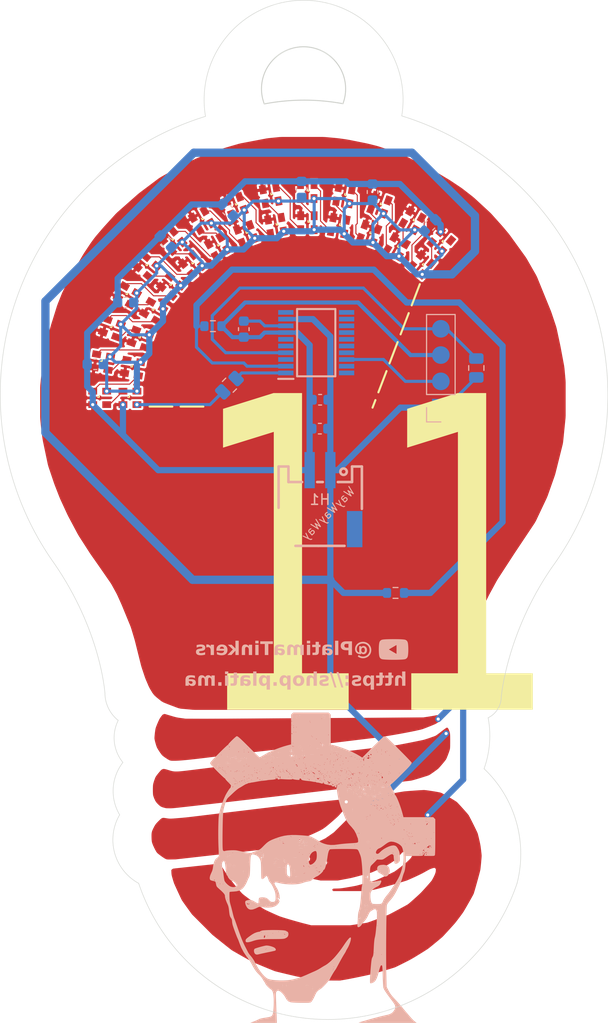
<source format=kicad_pcb>
(kicad_pcb (version 20241229) (generator "pcbnew") (generator_version "9.0")
  (layers (0 "F.Cu" signal) (2 "B.Cu" signal) (13 "F.Paste" user) (15 "B.Paste" user) (5 "F.SilkS" user "F.Silkscreen") (7 "B.SilkS" user "B.Silkscreen") (1 "F.Mask" user) (3 "B.Mask" user) (25 "Edge.Cuts" user))
  (net 0 "")
  (net 1 "SNAKE1")
  (net 2 "3.7V")
  (net 3 "GND")
  (net 4 "Net-(IC1-VCAP)")
  (net 5 "Net-(D1-DOU)")
  (net 6 "DATA")
  (net 7 "Net-(D2-DOU)")
  (net 8 "Net-(D3-DOU)")
  (net 9 "Net-(D4-DOU)")
  (net 10 "Net-(D5-DOU)")
  (net 11 "Net-(D6-DOU)")
  (net 12 "Net-(D7-DOU)")
  (net 13 "Net-(D8-DOU)")
  (net 14 "Net-(D10-DIN)")
  (net 15 "Net-(D10-DOU)")
  (net 16 "Net-(D11-DOU)")
  (net 17 "Net-(D12-DOU)")
  (net 18 "Net-(D13-DOU)")
  (net 19 "Net-(D14-DOU)")
  (net 20 "Net-(D15-DOU)")
  (net 21 "Net-(D16-DOU)")
  (net 22 "Net-(D17-DOU)")
  (net 23 "Net-(D18-DOU)")
  (net 24 "Net-(D19-DOU)")
  (net 25 "Net-(D20-DOU)")
  (net 26 "Net-(D21-DOU)")
  (net 27 "Net-(D22-DOU)")
  (net 28 "Net-(D23-DOU)")
  (net 29 "Net-(D24-DOU)")
  (net 30 "Net-(D25-DOU)")
  (net 31 "Net-(D26-DOU)")
  (net 32 "Net-(D27-DOU)")
  (net 46 "Net-(IC1-PD1(HS){slash}SWIM)")
  (net 47 "Net-(IC1-NRST)")
  (net 49 "Net-(IC1-UART1_CK{slash}TIM2_CH1{slash}BEEP{slash}(HS)PD4)")
  (footprint "Library:LED_XL-2020RGBC-WS2812B_Innerdot" (layer "F.Cu") (at 113.45381 78.178623 -20)
    (property "Reference" "D5" (hide yes))
    (property "Value" "XL-2020RGBC-WS2812B")
  )
  (footprint "LOGO" (layer "F.Cu") (at 128.778 76.454)
    (property "Reference" "G***" (hide yes))
    (property "Value" "LOGO" (hide yes))
  )
  (footprint "Library:LED_XL-2020RGBC-WS2812B_Innerdot" (layer "F.Cu") (at 135.55181 68.018623 -110)
    (property "Reference" "D23" (hide yes))
    (property "Value" "XL-2020RGBC-WS2812B")
  )
  (footprint "Library:LED_XL-2020RGBC-WS2812B_Innerdot" (layer "F.Cu") (at 129.58281 63.954623 -90)
    (property "Reference" "D20" (hide yes))
    (property "Value" "XL-2020RGBC-WS2812B")
  )
  (footprint "Library:LED_XL-2020RGBC-WS2812B_Innerdot" (layer "F.Cu") (at 126.041723 64.320006 -80)
    (property "Reference" "D18" (hide yes))
    (property "Value" "XL-2020RGBC-WS2812B")
  )
  (footprint "Library:LED_XL-2020RGBC-WS2812B_Innerdot" (layer "F.Cu") (at 116.565857 68.734732 -50)
    (property "Reference" "D12" (hide yes))
    (property "Value" "XL-2020RGBC-WS2812B")
  )
  (footprint "Library:LED_XL-2020RGBC-WS2812B_Innerdot" (layer "F.Cu") (at 138.21881 69.288623 -120)
    (property "Reference" "D25" (hide yes))
    (property "Value" "XL-2020RGBC-WS2812B")
  )
  (footprint "LOGO" (layer "F.Cu") (at 130.4798 127.3302)
    (property "Reference" "G***" (hide yes))
    (property "Value" "LOGO" (hide yes))
  )
  (footprint "Library:LED_XL-2020RGBC-WS2812B_Innerdot" (layer "F.Cu") (at 114.72381 75.511623 -30)
    (property "Reference" "D7" (hide yes))
    (property "Value" "XL-2020RGBC-WS2812B")
  )
  (footprint "Library:LED_XL-2020RGBC-WS2812B_Innerdot" (layer "F.Cu") (at 112.43781 83.893623)
    (property "Reference" "D1" (hide yes))
    (property "Value" "XL-2020RGBC-WS2812B")
  )
  (footprint "Library:LED_XL-2020RGBC-WS2812B_Innerdot" (layer "F.Cu") (at 120.94681 69.288623 -60)
    (property "Reference" "D13" (hide yes))
    (property "Value" "XL-2020RGBC-WS2812B")
  )
  (footprint "Library:LED_XL-2020RGBC-WS2812B_Innerdot" (layer "F.Cu") (at 110.692204 77.161559 -20)
    (property "Reference" "D6" (hide yes))
    (property "Value" "XL-2020RGBC-WS2812B")
  )
  (footprint "Library:LED_XL-2020RGBC-WS2812B_Innerdot" (layer "F.Cu") (at 114.08881 71.193623 -40)
    (property "Reference" "D10" (hide yes))
    (property "Value" "XL-2020RGBC-WS2812B")
  )
  (footprint "Library:LED_XL-2020RGBC-WS2812B_Innerdot" (layer "F.Cu") (at 112.69181 80.972623 -10)
    (property "Reference" "D3" (hide yes))
    (property "Value" "XL-2020RGBC-WS2812B")
  )
  (footprint "Library:LED_XL-2020RGBC-WS2812B_Innerdot" (layer "F.Cu") (at 109.77081 80.431235 -10)
    (property "Reference" "D4" (hide yes))
    (property "Value" "XL-2020RGBC-WS2812B")
  )
  (footprint "Library:LED_XL-2020RGBC-WS2812B_Innerdot" (layer "F.Cu") (at 139.74281 66.748623 -120)
    (property "Reference" "D26" (hide yes))
    (property "Value" "XL-2020RGBC-WS2812B")
  )
  (footprint "Library:LED_XL-2020RGBC-WS2812B_Innerdot" (layer "F.Cu") (at 133.13881 64.335623 -100)
    (property "Reference" "D22" (hide yes))
    (property "Value" "XL-2020RGBC-WS2812B")
  )
  (footprint "Library:LED_XL-2020RGBC-WS2812B_Innerdot" (layer "F.Cu") (at 126.549723 67.241006 -80)
    (property "Reference" "D17" (hide yes))
    (property "Value" "XL-2020RGBC-WS2812B")
  )
  (footprint "Library:LED_XL-2020RGBC-WS2812B_Innerdot" (layer "F.Cu") (at 118.491 71.020732 -50)
    (property "Reference" "D11" (hide yes))
    (property "Value" "XL-2020RGBC-WS2812B")
  )
  (footprint "Library:LED_XL-2020RGBC-WS2812B_Innerdot" (layer "F.Cu") (at 116.402542 73.098623 -40)
    (property "Reference" "D9" (hide yes))
    (property "Value" "XL-2020RGBC-WS2812B")
  )
  (footprint "Library:LED_XL-2020RGBC-WS2812B_Innerdot" (layer "F.Cu") (at 119.411394 66.743056 -60)
    (property "Reference" "D14" (hide yes))
    (property "Value" "XL-2020RGBC-WS2812B")
  )
  (footprint "Library:LED_XL-2020RGBC-WS2812B_Innerdot" (layer "F.Cu") (at 109.51681 83.893623)
    (property "Reference" "D2" (hide yes))
    (property "Value" "XL-2020RGBC-WS2812B")
  )
  (footprint "Library:LED_XL-2020RGBC-WS2812B_Innerdot" (layer "F.Cu") (at 140.63181 71.020732 -130)
    (property "Reference" "D27" (hide yes))
    (property "Value" "XL-2020RGBC-WS2812B")
  )
  (footprint "LOGO" (layer "F.Cu") (at 130.4798 127.3302)
    (property "Reference" "G***" (hide yes))
    (property "Value" "LOGO" (hide yes))
  )
  (footprint "Library:LED_XL-2020RGBC-WS2812B_Innerdot" (layer "F.Cu") (at 129.59781 66.962623 -90)
    (property "Reference" "D19" (hide yes))
    (property "Value" "XL-2020RGBC-WS2812B")
  )
  (footprint "Library:LED_XL-2020RGBC-WS2812B_Innerdot" (layer "F.Cu") (at 142.53681 68.780623 -130)
    (property "Reference" "D28" (hide yes))
    (property "Value" "XL-2020RGBC-WS2812B")
  )
  (footprint "Library:LED_XL-2020RGBC-WS2812B_Innerdot" (layer "F.Cu") (at 132.63081 67.256623 -100)
    (property "Reference" "D21" (hide yes))
    (property "Value" "XL-2020RGBC-WS2812B")
  )
  (footprint "Library:LED_XL-2020RGBC-WS2812B_Innerdot" (layer "F.Cu") (at 122.645146 65.320644 -70)
    (property "Reference" "D16" (hide yes))
    (property "Value" "XL-2020RGBC-WS2812B")
  )
  (footprint "Library:LED_XL-2020RGBC-WS2812B_Innerdot" (layer "F.Cu") (at 123.661146 68.051017 -70)
    (property "Reference" "D15" (hide yes))
    (property "Value" "XL-2020RGBC-WS2812B")
  )
  (footprint "Library:LED_XL-2020RGBC-WS2812B_Innerdot" (layer "F.Cu") (at 136.56781 65.224623 -110)
    (property "Reference" "D24" (hide yes))
    (property "Value" "XL-2020RGBC-WS2812B")
  )
  (footprint "Library:LED_XL-2020RGBC-WS2812B_Innerdot" (layer "F.Cu") (at 112.18381 73.987623 -30)
    (property "Reference" "D8" (hide yes))
    (property "Value" "XL-2020RGBC-WS2812B")
  )
  (footprint "LOGO" (layer "B.Cu") (at 137.922 108.204 180)
    (property "Reference" "G***" (hide yes))
    (property "Value" "LOGO" (hide yes))
  )
  (footprint "Footprints:CONN-SMD_2P-P2.00_XUNPU_WAFER-PH2.0-2PWB" (layer "B.Cu") (at 130.81 93.726 180)
    (property "Reference" "H1")
    (property "Value" "WAFER-PH2.0-2PWB")
  )
  (footprint "Capacitor_SMD:C_0603_1608Metric" (layer "B.Cu") (at 112.027 74.676 180)
    (property "Reference" "C14" (hide yes))
    (property "Value" "100nF")
  )
  (footprint "Capacitor_SMD:C_0603_1608Metric" (layer "B.Cu") (at 115.910992 68.793992 135)
    (property "Reference" "C1" (hide yes))
    (property "Value" "100nF")
  )
  (footprint "Capacitor_SMD:C_0603_1608Metric" (layer "B.Cu") (at 141.437992 67.223008 45)
    (property "Reference" "C11" (hide yes))
    (property "Value" "100nF")
  )
  (footprint "LOGO" (layer "B.Cu") (at 130.81 129.286 180)
    (property "Reference" "G***" (hide yes))
    (property "Value" "LOGO" (hide yes))
  )
  (footprint "Footprints:SOP65P640X120-20N" (layer "B.Cu") (at 130.446 78.557)
    (property "Reference" "IC1" (hide yes))
    (property "Value" "STM8S003F3P6" (hide yes))
  )
  (footprint "Capacitor_SMD:C_0603_1608Metric" (layer "B.Cu") (at 109.08 80.645 180)
    (property "Reference" "C10" (hide yes))
    (property "Value" "100nF")
  )
  (footprint "Connector_PinHeader_2.54mm:PinHeader_1x04_P2.54mm_Vertical" (layer "B.Cu") (at 142.494 84.836)
    (property "Reference" "J1" (hide yes))
    (property "Value" "Conn_01x04")
  )
  (footprint "Capacitor_SMD:C_0603_1608Metric" (layer "B.Cu") (at 129.032 63.741 90)
    (property "Reference" "C9" (hide yes))
    (property "Value" "100nF")
  )
  (footprint "Resistor_SMD:R_0805_2012Metric" (layer "B.Cu") (at 145.923 81.0025 90)
    (property "Reference" "R2" (hide yes))
    (property "Value" "10kOhm")
  )
  (footprint "Capacitor_SMD:C_0603_1608Metric" (layer "B.Cu") (at 135.89 63.995 90)
    (property "Reference" "C12" (hide yes))
    (property "Value" "100nF")
  )
  (footprint "Resistor_SMD:R_0805_2012Metric" (layer "B.Cu") (at 122.057235 82.666765 45)
    (property "Reference" "R1" (hide yes))
    (property "Value" "330Ohm")
  )
  (footprint "Resistor_SMD:R_0603_1608Metric" (layer "B.Cu") (at 138.113 102.743)
    (property "Reference" "R4" (hide yes))
    (property "Value" "0Ohm")
  )
  (footprint "Capacitor_SMD:C_0603_1608Metric" (layer "B.Cu") (at 130.797 86.868)
    (property "Reference" "C2" (hide yes))
    (property "Value" "10uF")
  )
  (footprint "Capacitor_SMD:C_0603_1608Metric" (layer "B.Cu") (at 121.879992 65.745992 135)
    (property "Reference" "C13" (hide yes))
    (property "Value" "100nF")
  )
  (footprint "Capacitor_SMD:C_0603_1608Metric" (layer "B.Cu") (at 123.444 77.2492 90)
    (property "Reference" "C5" (hide yes))
    (property "Value" "1uF")
  )
  (footprint "Resistor_SMD:R_0603_1608Metric" (layer "B.Cu") (at 120.459 76.962 180)
    (property "Reference" "R3" (hide yes))
    (property "Value" "100kOhm")
  )
  (footprint "Capacitor_SMD:C_0603_1608Metric" (layer "B.Cu") (at 130.8224 84.074)
    (property "Reference" "C4" (hide yes))
    (property "Value" "100nF")
  )
  (gr_line (start 114.337038 84.734888) (end 120.179038 84.734888) (stroke (width 0.2) (type dash)) (layer "F.SilkS"))
  (gr_line (start 140.462 72.898) (end 135.89 84.836) (stroke (width 0.2) (type dash)) (layer "F.SilkS"))
  (gr_arc (start 149.859999 130.810001) (mid 131.572 143.968656) (end 113.284001 130.81) (stroke (width 0.05)) (layer "Edge.Cuts"))
  (gr_arc (start 105.169665 99.960496) (mid 101.37362 74.590432) (end 119.743654 56.68535) (stroke (width 0.05)) (layer "Edge.Cuts"))
  (gr_arc (start 113.284001 130.81) (mid 110.962374 127.88784) (end 111.443821 124.186871) (stroke (width 0.05)) (layer "Edge.Cuts"))
  (gr_arc (start 125.426273 55.484393) (mid 129.225708 55.118089) (end 133.027231 55.462053) (stroke (width 0.1)) (layer "Edge.Cuts"))
  (gr_arc (start 119.743654 56.685351) (mid 129.203608 45.464786) (end 138.714745 56.642) (stroke (width 0.05)) (layer "Edge.Cuts"))
  (gr_arc (start 146.671401 119.732721) (mid 149.777773 124.83611) (end 149.86 130.810001) (stroke (width 0.05)) (layer "Edge.Cuts"))
  (gr_arc (start 111.443823 124.186871) (mid 110.821034 121.607991) (end 111.7582 119.126015) (stroke (width 0.05)) (layer "Edge.Cuts"))
  (gr_arc (start 147.066 114.807999) (mid 147.196927 117.296659) (end 146.671401 119.732721) (stroke (width 0.05)) (layer "Edge.Cuts"))
  (gr_arc (start 138.714737 56.642) (mid 157.205243 74.759864) (end 153.187099 100.33349) (stroke (width 0.05)) (layer "Edge.Cuts"))
  (gr_curve (pts (xy 105.169665 99.960496) (xy 109.512763 106.307006) (xy 109.982 112.014) (xy 110.020763 112.403006)) (stroke (width 0.05)) (layer "Edge.Cuts"))
  (gr_arc (start 125.426277 55.484393) (mid 129.210543 49.959) (end 133.027241 55.462041) (stroke (width 0.1)) (layer "Edge.Cuts"))
  (gr_arc (start 148.336 112.776) (mid 147.992385 113.974116) (end 147.065999 114.808) (stroke (width 0.05)) (layer "Edge.Cuts"))
  (gr_arc (start 111.7582 119.126015) (mid 110.932033 117.161356) (end 111.304918 115.062929) (stroke (width 0.05)) (layer "Edge.Cuts"))
  (gr_arc (start 111.304919 115.062929) (mid 110.358607 113.879845) (end 110.020763 112.403006) (stroke (width 0.05)) (layer "Edge.Cuts"))
  (gr_curve (pts (xy 153.187099 100.33349) (xy 148.844 106.68) (xy 148.336 112.776) (xy 148.336 112.776)) (stroke (width 0.05)) (layer "Edge.Cuts"))
  (gr_text "11" (at 118.364 119.126 0) (layer "F.SilkS") (effects (font (size 30 20) (thickness 0.1)) (justify left bottom)))
  (gr_text "https://shop.plati.ma" (at 139.22 111.936 0) (layer "B.SilkS") (effects (font (size 1.3 1.3) (thickness 0.25) (bold yes)) (justify left bottom mirror)))
  (gr_text "@PlatimaTinkers" (at 135.89 108.966 0) (layer "B.SilkS") (effects (font (size 1.3 1.3) (thickness 0.25) (bold yes)) (justify left bottom mirror)))
  (gr_text "WayWayWay" (at 134.366 92.964 45) (layer "B.SilkS") (effects (font (size 0.8 0.8) (thickness 0.1)) (justify left bottom mirror)))
  (via blind (at 141.224 124.206) (size 0.5) (drill 0.3) (layers "F.Cu" "B.Cu") (net 1))
  (via blind (at 142.24 114.935) (size 0.5) (drill 0.3) (layers "F.Cu" "B.Cu") (net 1))
  (segment (start 144.272 74.676) (end 139.192 74.676) (width 0.6) (layer "B.Cu") (net 1))
  (segment (start 142.24 114.935) (end 142.367 115.062) (width 0.1) (layer "B.Cu") (net 1))
  (segment (start 144.653 120.777) (end 144.653 110.744) (width 0.6) (layer "B.Cu") (net 1))
  (segment (start 144.653 103.886) (end 144.653 99.695) (width 0.6) (layer "B.Cu") (net 1))
  (segment (start 144.653 110.744) (end 144.653 103.886) (width 0.6) (layer "B.Cu") (net 1))
  (segment (start 142.24 115.062) (end 142.24 114.935) (width 0.1) (layer "B.Cu") (net 1))
  (segment (start 142.24 114.935) (end 144.653 112.522) (width 0.6) (layer "B.Cu") (net 1))
  (segment (start 144.653 99.695) (end 144.526 99.695) (width 0.6) (layer "B.Cu") (net 1))
  (segment (start 142.24 114.935) (end 142.367 114.808) (width 0.1) (layer "B.Cu") (net 1))
  (segment (start 141.224 124.206) (end 144.653 120.777) (width 0.6) (layer "B.Cu") (net 1))
  (segment (start 122.301 71.501) (end 118.872 74.93) (width 0.6) (layer "B.Cu") (net 1))
  (segment (start 123.444 80.518) (end 120.396 80.518) (width 0.3) (layer "B.Cu") (net 1))
  (segment (start 119.634 76.962) (end 118.872 76.962) (width 0.3) (layer "B.Cu") (net 1))
  (segment (start 139.192 74.676) (end 136.017 71.501) (width 0.6) (layer "B.Cu") (net 1))
  (segment (start 127.508 80.832) (end 123.758 80.832) (width 0.3) (layer "B.Cu") (net 1))
  (segment (start 144.653 99.695) (end 148.463 95.885) (width 0.6) (layer "B.Cu") (net 1))
  (segment (start 136.017 71.501) (end 122.301 71.501) (width 0.6) (layer "B.Cu") (net 1))
  (segment (start 148.463 78.867) (end 144.272 74.676) (width 0.6) (layer "B.Cu") (net 1))
  (segment (start 123.758 80.832) (end 123.444 80.518) (width 0.3) (layer "B.Cu") (net 1))
  (segment (start 148.463 95.885) (end 148.463 78.867) (width 0.6) (layer "B.Cu") (net 1))
  (segment (start 141.478 102.743) (end 138.938 102.743) (width 0.6) (layer "B.Cu") (net 1))
  (segment (start 118.872 78.994) (end 118.872 76.962) (width 0.3) (layer "B.Cu") (net 1))
  (segment (start 120.396 80.518) (end 118.872 78.994) (width 0.3) (layer "B.Cu") (net 1))
  (segment (start 142.367 114.935) (end 142.24 114.935) (width 0.1) (layer "B.Cu") (net 1))
  (segment (start 144.526 99.695) (end 141.478 102.743) (width 0.6) (layer "B.Cu") (net 1))
  (segment (start 144.653 112.522) (end 144.653 110.744) (width 0.6) (layer "B.Cu") (net 1))
  (segment (start 118.872 74.93) (end 118.872 76.962) (width 0.6) (layer "B.Cu") (net 1))
  (via (at 115.023701 71.129576) (size 0.6) (drill 0.3) (layers "F.Cu" "B.Cu") (net 2))
  (via (at 113.11281 83.243623) (size 0.6) (drill 0.3) (layers "F.Cu" "B.Cu") (net 2))
  (via (at 130.23281 64.629623) (size 0.6) (drill 0.3) (layers "F.Cu" "B.Cu") (net 2))
  (via (at 110.19181 83.243623) (size 0.6) (drill 0.3) (layers "F.Cu" "B.Cu") (net 2))
  (via (at 142.600857 69.715514) (size 0.6) (drill 0.3) (layers "F.Cu" "B.Cu") (net 2))
  (via (at 117.497667 68.834) (size 0.6) (drill 0.3) (layers "F.Cu" "B.Cu") (net 2))
  (via (at 136.947746 66.081229) (size 0.6) (drill 0.3) (layers "F.Cu" "B.Cu") (net 2))
  (via (at 135.931746 68.875229) (size 0.6) (drill 0.3) (layers "F.Cu" "B.Cu") (net 2))
  (via (at 113.093377 73.762207) (size 0.6) (drill 0.3) (layers "F.Cu" "B.Cu") (net 2))
  (via (at 133.153722 68.03424) (size 0.6) (drill 0.3) (layers "F.Cu" "B.Cu") (net 2))
  (via (at 114.310416 77.798687) (size 0.6) (drill 0.3) (layers "F.Cu" "B.Cu") (net 2))
  (via (at 121.847226 69.54819) (size 0.6) (drill 0.3) (layers "F.Cu" "B.Cu") (net 2))
  (via blind (at 133.35 122.936) (size 0.5) (drill 0.3) (layers "F.Cu" "B.Cu") (net 2))
  (via (at 138.444226 70.19819) (size 0.6) (drill 0.3) (layers "F.Cu" "B.Cu") (net 2))
  (via (at 110.50741 79.923235) (size 0.6) (drill 0.3) (layers "F.Cu" "B.Cu") (net 2))
  (via (at 115.633377 75.286207) (size 0.6) (drill 0.3) (layers "F.Cu" "B.Cu") (net 2))
  (via (at 119.42281 71.12) (size 0.6) (drill 0.3) (layers "F.Cu" "B.Cu") (net 2))
  (via (at 123.48681 65.732623) (size 0.6) (drill 0.3) (layers "F.Cu" "B.Cu") (net 2))
  (via (at 120.31181 67.002623) (size 0.6) (drill 0.3) (layers "F.Cu" "B.Cu") (net 2))
  (via (at 130.24781 67.637623) (size 0.6) (drill 0.3) (layers "F.Cu" "B.Cu") (net 2))
  (via (at 113.469426 80.449711) (size 0.6) (drill 0.3) (layers "F.Cu" "B.Cu") (net 2))
  (via (at 126.799061 64.87188) (size 0.6) (drill 0.3) (layers "F.Cu" "B.Cu") (net 2))
  (via (at 124.50281 68.462996) (size 0.6) (drill 0.3) (layers "F.Cu" "B.Cu") (net 2))
  (via (at 139.968226 67.65819) (size 0.6) (drill 0.3) (layers "F.Cu" "B.Cu") (net 2))
  (via (at 111.54881 76.781623) (size 0.6) (drill 0.3) (layers "F.Cu" "B.Cu") (net 2))
  (via (at 127.307061 67.79288) (size 0.6) (drill 0.3) (layers "F.Cu" "B.Cu") (net 2))
  (via (at 133.661722 65.11324) (size 0.6) (drill 0.3) (layers "F.Cu" "B.Cu") (net 2))
  (via blind (at 143.002 116.332) (size 0.5) (drill 0.3) (layers "F.Cu" "B.Cu") (net 2))
  (via (at 140.695857 71.955623) (size 0.6) (drill 0.3) (layers "F.Cu" "B.Cu") (net 2))
  (via (at 117.337433 73.034576) (size 0.6) (drill 0.3) (layers "F.Cu" "B.Cu") (net 2))
  (segment (start 135.931746 68.875229) (end 137.254707 70.19819) (width 0.6) (layer "B.Cu") (net 2))
  (segment (start 131.81 101.473) (end 131.81 105.664) (width 0.6) (layer "B.Cu") (net 2))
  (segment (start 120.275416 71.12) (end 121.847226 69.54819) (width 0.6) (layer "B.Cu") (net 2))
  (segment (start 115.633377 74.738632) (end 117.337433 73.034576) (width 0.6) (layer "B.Cu") (net 2))
  (segment (start 123.417616 69.54819) (end 124.50281 68.462996) (width 0.6) (layer "B.Cu") (net 2))
  (segment (start 131.81 90.876) (end 131.81 93.726) (width 0.6) (layer "B.Cu") (net 2))
  (segment (start 145.796 69.723) (end 145.796 66.294) (width 0.8) (layer "B.Cu") (net 2))
  (segment (start 133.153722 68.03424) (end 133.153722 65.62124) (width 0.3) (layer "B.Cu") (net 2))
  (segment (start 111.033886 80.449711) (end 110.50741 79.923235) (width 0.3) (layer "B.Cu") (net 2))
  (segment (start 121.847226 68.538039) (end 120.31181 67.002623) (width 0.3) (layer "B.Cu") (net 2))
  (segment (start 127.307061 67.79288) (end 126.636945 68.462996) (width 0.6) (layer "B.Cu") (net 2))
  (segment (start 113.07 80.6304) (end 113.11281 80.67321) (width 0.3) (layer "B.Cu") (net 2))
  (segment (start 117.508234 73.034576) (end 119.42281 71.12) (width 0.6) (layer "B.Cu") (net 2))
  (segment (start 142.494 84.836) (end 143.002 84.836) (width 0.3) (layer "B.Cu") (net 2))
  (segment (start 111.54881 76.781623) (end 111.54881 78.881835) (width 0.3) (layer "B.Cu") (net 2))
  (segment (start 115.633377 76.475726) (end 115.633377 75.286207) (width 0.6) (layer "B.Cu") (net 2))
  (segment (start 131.81 77.962) (end 131.81 90.876) (width 0.6) (layer "B.Cu") (net 2))
  (segment (start 136.398 122.936) (end 139.573 119.761) (width 0.6) (layer "B.Cu") (net 2))
  (segment (start 133.994711 68.875229) (end 133.153722 68.03424) (width 0.6) (layer "B.Cu") (net 2))
  (segment (start 140.543533 67.65819) (end 142.600857 69.715514) (width 0.3) (layer "B.Cu") (net 2))
  (segment (start 115.633377 75.286207) (end 115.633377 74.738632) (width 0.6) (layer "B.Cu") (net 2))
  (segment (start 129.990553 64.87188) (end 130.23281 64.629623) (width 0.3) (layer "B.Cu") (net 2))
  (segment (start 110.19181 83.243623) (end 113.11281 83.243623) (width 0.3) (layer "B.Cu") (net 2))
  (segment (start 114.310416 79.608721) (end 113.469426 80.449711) (width 0.6) (layer "B.Cu") (net 2))
  (segment (start 121.847226 69.54819) (end 123.417616 69.54819) (width 0.6) (layer "B.Cu") (net 2))
  (segment (start 139.968226 67.65819) (end 140.543533 67.65819) (width 0.3) (layer "B.Cu") (net 2))
  (segment (start 133.35 122.936) (end 136.398 122.936) (width 0.6) (layer "B.Cu") (net 2))
  (segment (start 115.432433 71.129576) (end 115.023701 71.129576) (width 0.3) (layer "B.Cu") (net 2))
  (segment (start 135.931746 68.875229) (end 133.994711 68.875229) (width 0.6) (layer "B.Cu") (net 2))
  (segment (start 131.81 105.664) (end 131.81 111.998) (width 0.6) (layer "B.Cu") (net 2))
  (segment (start 131.81 111.998) (end 139.573 119.761) (width 0.6) (layer "B.Cu") (net 2))
  (segment (start 119.42281 70.759143) (end 117.497667 68.834) (width 0.3) (layer "B.Cu") (net 2))
  (segment (start 132.532 90.876) (end 138.572 84.836) (width 0.6) (layer "B.Cu") (net 2))
  (segment (start 139.573 119.761) (end 143.002 116.332) (width 0.6) (layer "B.Cu") (net 2))
  (segment (start 143.563377 71.955623) (end 145.796 69.723) (width 0.8) (layer "B.Cu") (net 2))
  (segment (start 133.661722 65.11324) (end 135.979757 65.11324) (width 0.3) (layer "B.Cu") (net 2))
  (segment (start 124.347553 64.87188) (end 126.799061 64.87188) (width 0.3) (layer "B.Cu") (net 2))
  (segment (start 138.444226 69.18219) (end 139.968226 67.65819) (width 0.3) (layer "B.Cu") (net 2))
  (segment (start 114.310416 77.798687) (end 115.633377 76.475726) (width 0.6) (layer "B.Cu") (net 2))
  (segment (start 130.23281 64.629623) (end 133.178105 64.629623) (width 0.3) (layer "B.Cu") (net 2))
  (segment (start 124.50281 68.462996) (end 123.48681 67.446996) (width 0.3) (layer "B.Cu") (net 2))
  (segment (start 126.636945 68.462996) (end 124.50281 68.462996) (width 0.6) (layer "B.Cu") (net 2))
  (segment (start 133.178105 64.629623) (end 133.661722 65.11324) (width 0.3) (layer "B.Cu") (net 2))
  (segment (start 114.310416 77.798687) (end 114.310416 79.608721) (width 0.6) (layer "B.Cu") (net 2))
  (segment (start 130.092553 67.79288) (end 130.24781 67.637623) (width 0.3) (layer "B.Cu") (net 2))
  (segment (start 138.444226 70.19819) (end 138.444226 69.18219) (width 0.3) (layer "B.Cu") (net 2))
  (segment (start 140.695857 71.955623) (end 140.201659 71.955623) (width 0.6) (layer "B.Cu") (net 2))
  (segment (start 145.796 66.294) (end 139.7 60.198) (width 0.8) (layer "B.Cu") (net 2))
  (segment (start 127.508 76.282) (end 128.651 76.282) (width 0.4) (layer "B.Cu") (net 2))
  (segment (start 111.54881 76.781623) (end 113.093377 75.237056) (width 0.3) (layer "B.Cu") (net 2))
  (segment (start 120.31181 67.002623) (end 119.329044 67.002623) (width 0.3) (layer "B.Cu") (net 2))
  (segment (start 123.48681 67.446996) (end 123.48681 65.732623) (width 0.3) (layer "B.Cu") (net 2))
  (segment (start 113.093377 75.237056) (end 113.093377 73.762207) (width 0.3) (layer "B.Cu") (net 2))
  (segment (start 113.3856 80.3148) (end 113.07 80.6304) (width 0.3) (layer "B.Cu") (net 2))
  (segment (start 143.002 84.836) (end 145.923 81.915) (width 0.3) (layer "B.Cu") (net 2))
  (segment (start 133.35 122.936) (end 133.477 122.809) (width 0.1) (layer "B.Cu") (net 2))
  (segment (start 138.524707 67.65819) (end 139.968226 67.65819) (width 0.3) (layer "B.Cu") (net 2))
  (segment (start 113.11281 80.67321) (end 113.11281 83.243623) (width 0.6) (layer "B.Cu") (net 2))
  (segment (start 118.491 101.473) (end 131.81 101.473) (width 0.8) (layer "B.Cu") (net 2))
  (segment (start 139.954 84.836) (end 142.494 84.836) (width 0.6) (layer "B.Cu") (net 2))
  (segment (start 127.508 76.282) (end 127.582 76.208) (width 0.3) (layer "B.Cu") (net 2))
  (segment (start 140.201659 71.955623) (end 138.444226 70.19819) (width 0.6) (layer "B.Cu") (net 2))
  (segment (start 131.81 90.876) (end 132.532 90.876) (width 0.6) (layer "B.Cu") (net 2))
  (segment (start 137.254707 70.19819) (end 138.444226 70.19819) (width 0.6) (layer "B.Cu") (net 2))
  (segment (start 117.337433 73.034576) (end 117.508234 73.034576) (width 0.3) (layer "B.Cu") (net 2))
  (segment (start 132.757105 67.637623) (end 133.153722 68.03424) (width 0.6) (layer "B.Cu") (net 2))
  (segment (start 117.337433 73.034576) (end 115.432433 71.129576) (width 0.3) (layer "B.Cu") (net 2))
  (segment (start 119.42281 71.12) (end 120.275416 71.12) (width 0.6) (layer "B.Cu") (net 2))
  (segment (start 113.469426 80.449711) (end 111.033886 80.449711) (width 0.3) (layer "B.Cu") (net 2))
  (segment (start 133.153722 65.62124) (end 133.661722 65.11324) (width 0.3) (layer "B.Cu") (net 2))
  (segment (start 123.48681 65.732623) (end 124.347553 64.87188) (width 0.3) (layer "B.Cu") (net 2))
  (segment (start 115.023701 71.129576) (end 117.319277 68.834) (width 0.3) (layer "B.Cu") (net 2))
  (segment (start 123.48681 65.732623) (end 122.21681 67.002623) (width 0.3) (layer "B.Cu") (net 2))
  (segment (start 138.572 84.836) (end 139.954 84.836) (width 0.6) (layer "B.Cu") (net 2))
  (segment (start 104.267 87.249) (end 118.491 101.473) (width 0.8) (layer "B.Cu") (net 2))
  (segment (start 135.931746 68.875229) (end 135.931746 67.097229) (width 0.3) (layer "B.Cu") (net 2))
  (segment (start 127.582 76.208) (end 128.016 76.208) (width 0.3) (layer "B.Cu") (net 2))
  (segment (start 142.600857 70.050623) (end 142.600857 69.715514) (width 0.3) (layer "B.Cu") (net 2))
  (segment (start 111.54881 78.881835) (end 110.50741 79.923235) (width 0.3) (layer "B.Cu") (net 2))
  (segment (start 130.13 76.282) (end 131.81 77.962) (width 0.6) (layer "B.Cu") (net 2))
  (segment (start 130.24781 64.644623) (end 130.23281 64.629623) (width 0.3) (layer "B.Cu") (net 2))
  (segment (start 130.24781 67.637623) (end 130.24781 64.644623) (width 0.3) (layer "B.Cu") (net 2))
  (segment (start 135.931746 67.097229) (end 136.947746 66.081229) (width 0.3) (layer "B.Cu") (net 2))
  (segment (start 117.319277 68.834) (end 117.497667 68.834) (width 0.3) (layer "B.Cu") (net 2))
  (segment (start 127.307061 67.79288) (end 130.092553 67.79288) (width 0.6) (layer "B.Cu") (net 2))
  (segment (start 131.81 101.473) (end 133.08 102.743) (width 0.6) (layer "B.Cu") (net 2))
  (segment (start 126.799061 64.87188) (end 129.990553 64.87188) (width 0.3) (layer "B.Cu") (net 2))
  (segment (start 110.19181 80.238835) (end 110.19181 83.243623) (width 0.3) (layer "B.Cu") (net 2))
  (segment (start 131.81 93.726) (end 131.81 101.473) (width 0.6) (layer "B.Cu") (net 2))
  (segment (start 119.42281 71.12) (end 119.42281 70.759143) (width 0.3) (layer "B.Cu") (net 2))
  (segment (start 130.24781 67.637623) (end 132.757105 67.637623) (width 0.6) (layer "B.Cu") (net 2))
  (segment (start 140.695857 71.955623) (end 142.600857 70.050623) (width 0.3) (layer "B.Cu") (net 2))
  (segment (start 110.50741 79.923235) (end 110.19181 80.238835) (width 0.3) (layer "B.Cu") (net 2))
  (segment (start 121.847226 69.54819) (end 121.847226 68.538039) (width 0.3) (layer "B.Cu") (net 2))
  (segment (start 133.08 102.743) (end 137.288 102.743) (width 0.6) (layer "B.Cu") (net 2))
  (segment (start 104.267 74.549) (end 104.267 87.249) (width 0.8) (layer "B.Cu") (net 2))
  (segment (start 119.329044 67.002623) (end 117.497667 68.834) (width 0.3) (layer "B.Cu") (net 2))
  (segment (start 128.651 76.282) (end 130.13 76.282) (width 0.6) (layer "B.Cu") (net 2))
  (segment (start 139.7 60.198) (end 118.618 60.198) (width 0.8) (layer "B.Cu") (net 2))
  (segment (start 112.565874 77.798687) (end 111.54881 76.781623) (width 0.3) (layer "B.Cu") (net 2))
  (segment (start 115.023701 71.831883) (end 113.093377 73.762207) (width 0.3) (layer "B.Cu") (net 2))
  (segment (start 114.310416 77.798687) (end 112.565874 77.798687) (width 0.3) (layer "B.Cu") (net 2))
  (segment (start 140.695857 71.955623) (end 143.563377 71.955623) (width 0.8) (layer "B.Cu") (net 2))
  (segment (start 115.023701 71.129576) (end 115.023701 71.831883) (width 0.3) (layer "B.Cu") (net 2))
  (segment (start 122.21681 67.002623) (end 120.31181 67.002623) (width 0.3) (layer "B.Cu") (net 2))
  (segment (start 135.979757 65.11324) (end 138.524707 67.65819) (width 0.3) (layer "B.Cu") (net 2))
  (segment (start 118.618 60.198) (end 104.267 74.549) (width 0.8) (layer "B.Cu") (net 2))
  (via (at 111.76281 84.543623) (size 0.6) (drill 0.3) (layers "F.Cu" "B.Cu") (net 3))
  (via (at 108.84181 84.543623) (size 0.6) (drill 0.3) (layers "F.Cu" "B.Cu") (net 3))
  (via (at 142.472763 67.845732) (size 0.6) (drill 0.3) (layers "F.Cu" "B.Cu") (net 3))
  (segment (start 127.508 77.582) (end 125.4526 77.582) (width 0.4) (layer "B.Cu") (net 3))
  (segment (start 108.84181 83.31481) (end 108.305 82.778) (width 0.6) (layer "B.Cu") (net 3))
  (segment (start 123.444 78.0242) (end 122.3462 78.0242) (width 0.4) (layer "B.Cu") (net 3))
  (segment (start 111.252 72.356968) (end 115.362984 68.245984) (width 0.6) (layer "B.Cu") (net 3))
  (segment (start 122.3462 78.0242) (end 121.284 76.962) (width 0.4) (layer "B.Cu") (net 3))
  (segment (start 112.288593 87.990407) (end 111.76281 87.464624) (width 0.6) (layer "B.Cu") (net 3))
  (segment (start 115.174187 90.876) (end 112.288593 87.990407) (width 0.6) (layer "B.Cu") (net 3))
  (segment (start 133.578 63.22) (end 135.89 63.22) (width 0.6) (layer "B.Cu") (net 3))
  (segment (start 142.472763 67.845732) (end 142.472763 67.161763) (width 0.6) (layer "B.Cu") (net 3))
  (segment (start 125.4526 77.582) (end 125.0104 78.0242) (width 0.4) (layer "B.Cu") (net 3))
  (segment (start 108.305 82.778) (end 108.305 80.645) (width 0.6) (layer "B.Cu") (net 3))
  (segment (start 123.563968 62.966) (end 129.032 62.966) (width 0.6) (layer "B.Cu") (net 3))
  (segment (start 129.032 62.966) (end 133.324 62.966) (width 0.6) (layer "B.Cu") (net 3))
  (segment (start 129.81 90.876) (end 129.81 78.7936) (width 0.6) (layer "B.Cu") (net 3))
  (segment (start 129.81 78.7936) (end 128.5984 77.582) (width 0.6) (layer "B.Cu") (net 3))
  (segment (start 128.5984 77.582) (end 127.508 77.582) (width 0.4) (layer "B.Cu") (net 3))
  (segment (start 111.76281 87.464624) (end 111.76281 84.543623) (width 0.6) (layer "B.Cu") (net 3))
  (segment (start 108.84181 84.543623) (end 108.84181 83.31481) (width 0.6) (layer "B.Cu") (net 3))
  (segment (start 135.89 63.22) (end 138.531 63.22) (width 0.6) (layer "B.Cu") (net 3))
  (segment (start 118.410984 65.197984) (end 121.331984 65.197984) (width 0.6) (layer "B.Cu") (net 3))
  (segment (start 125.0104 78.0242) (end 123.444 78.0242) (width 0.4) (layer "B.Cu") (net 3))
  (segment (start 108.305 77.623) (end 111.252 74.676) (width 0.6) (layer "B.Cu") (net 3))
  (segment (start 133.324 62.966) (end 133.578 63.22) (width 0.6) (layer "B.Cu") (net 3))
  (segment (start 111.252 74.676) (end 111.252 72.356968) (width 0.6) (layer "B.Cu") (net 3))
  (segment (start 138.531 63.22) (end 141.986 66.675) (width 0.6) (layer "B.Cu") (net 3))
  (segment (start 139.573 79.756) (end 142.494 79.756) (width 0.4) (layer "B.Cu") (net 3))
  (segment (start 121.284 76.962) (end 123.57 74.676) (width 0.4) (layer "B.Cu") (net 3))
  (segment (start 123.57 74.676) (end 134.493 74.676) (width 0.4) (layer "B.Cu") (net 3))
  (segment (start 115.174187 90.876) (end 129.81 90.876) (width 0.6) (layer "B.Cu") (net 3))
  (segment (start 115.362984 68.245984) (end 118.410984 65.197984) (width 0.6) (layer "B.Cu") (net 3))
  (segment (start 142.472763 67.161763) (end 141.986 66.675) (width 0.6) (layer "B.Cu") (net 3))
  (segment (start 129.81 90.876) (end 129.81 90.186) (width 0.3) (layer "B.Cu") (net 3))
  (segment (start 108.305 80.645) (end 108.305 77.623) (width 0.6) (layer "B.Cu") (net 3))
  (segment (start 121.331984 65.197984) (end 123.563968 62.966) (width 0.6) (layer "B.Cu") (net 3))
  (segment (start 134.493 74.676) (end 139.573 79.756) (width 0.4) (layer "B.Cu") (net 3))
  (segment (start 112.288593 87.990407) (end 108.84181 84.543623) (width 0.6) (layer "B.Cu") (net 3))
  (segment (start 125.4682 76.932) (end 125.0104 76.4742) (width 0.3) (layer "B.Cu") (net 4))
  (segment (start 125.4682 76.932) (end 127.508 76.932) (width 0.3) (layer "B.Cu") (net 4))
  (segment (start 125.0104 76.4742) (end 123.444 76.4742) (width 0.3) (layer "B.Cu") (net 4))
  (segment (start 110.19181 84.543623) (end 110.46281 84.543623) (width 0.1) (layer "F.Cu") (net 5))
  (segment (start 111.76281 83.243623) (end 111.49181 83.243623) (width 0.2) (layer "F.Cu") (net 5))
  (segment (start 110.46281 84.543623) (end 111.76281 83.243623) (width 0.1) (layer "F.Cu") (net 5))
  (via (at 113.11281 84.543623) (size 0.6) (drill 0.3) (layers "F.Cu" "B.Cu") (net 6))
  (segment (start 113.151187 84.582) (end 113.11281 84.543623) (width 0.1) (layer "B.Cu") (net 6))
  (segment (start 113.11281 84.543623) (end 120.180377 84.543623) (width 0.3) (layer "B.Cu") (net 6))
  (segment (start 120.180377 84.543623) (end 121.412 83.312) (width 0.3) (layer "B.Cu") (net 6))
  (segment (start 112.408809 82.564835) (end 113.243684 81.72996) (width 0.1) (layer "F.Cu") (net 7))
  (segment (start 109.520598 82.564835) (end 112.408809 82.564835) (width 0.1) (layer "F.Cu") (net 7))
  (segment (start 108.84181 83.243623) (end 109.520598 82.564835) (width 0.1) (layer "F.Cu") (net 7))
  (segment (start 110.322684 81.188572) (end 110.75424 81.188572) (width 0.1) (layer "F.Cu") (net 8))
  (segment (start 110.75424 81.188572) (end 111.727526 80.215286) (width 0.1) (layer "F.Cu") (net 8))
  (segment (start 111.727526 80.215286) (end 112.139936 80.215286) (width 0.1) (layer "F.Cu") (net 8))
  (segment (start 109.218936 79.673898) (end 109.632516 79.260318) (width 0.1) (layer "F.Cu") (net 9))
  (segment (start 113.625758 79.260318) (end 113.865789 79.020287) (width 0.1) (layer "F.Cu") (net 9))
  (segment (start 109.33032 79.722198) (end 109.33032 79.779711) (width 0.1) (layer "F.Cu") (net 9))
  (segment (start 109.632516 79.260318) (end 113.625758 79.260318) (width 0.1) (layer "F.Cu") (net 9))
  (segment (start 111.104183 78.003223) (end 111.556459 78.003223) (width 0.1) (layer "F.Cu") (net 10))
  (segment (start 112.222723 77.336959) (end 113.041831 77.336959) (width 0.1) (layer "F.Cu") (net 10))
  (segment (start 111.556459 78.003223) (end 112.222723 77.336959) (width 0.1) (layer "F.Cu") (net 10))
  (segment (start 114.859419 76.535997) (end 114.983377 76.412039) (width 0.1) (layer "F.Cu") (net 11))
  (segment (start 112.091248 75.935435) (end 112.69181 76.535997) (width 0.1) (layer "F.Cu") (net 11))
  (segment (start 110.664685 75.935435) (end 112.091248 75.935435) (width 0.1) (layer "F.Cu") (net 11))
  (segment (start 112.69181 76.535997) (end 114.859419 76.535997) (width 0.1) (layer "F.Cu") (net 11))
  (segment (start 110.280225 76.319895) (end 110.664685 75.935435) (width 0.1) (layer "F.Cu") (net 11))
  (segment (start 114.187411 74.888039) (end 114.464243 74.611207) (width 0.1) (layer "F.Cu") (net 12))
  (segment (start 112.443377 74.888039) (end 114.187411 74.888039) (width 0.1) (layer "F.Cu") (net 12))
  (segment (start 114.723808 74.030433) (end 116.50181 74.030433) (width 0.1) (layer "F.Cu") (net 13))
  (segment (start 111.924243 73.087207) (end 112.162159 72.849291) (width 0.1) (layer "F.Cu") (net 13))
  (segment (start 113.542666 72.849291) (end 114.723808 74.030433) (width 0.1) (layer "F.Cu") (net 13))
  (segment (start 112.162159 72.849291) (end 113.542666 72.849291) (width 0.1) (layer "F.Cu") (net 13))
  (segment (start 116.261894 72.125433) (end 116.303274 72.166813) (width 0.1) (layer "F.Cu") (net 14))
  (segment (start 114.188078 72.125433) (end 116.261894 72.125433) (width 0.1) (layer "F.Cu") (net 14))
  (segment (start 115.273188 70.261813) (end 116.966998 71.955623) (width 0.1) (layer "F.Cu") (net 15))
  (segment (start 116.966998 71.955623) (end 118.426953 71.955623) (width 0.1) (layer "F.Cu") (net 15))
  (segment (start 113.989542 70.261813) (end 115.273188 70.261813) (width 0.1) (layer "F.Cu") (net 15))
  (segment (start 116.803478 69.971291) (end 118.440497 69.971291) (width 0.1) (layer "F.Cu") (net 16))
  (segment (start 118.440497 69.971291) (end 118.555047 70.085841) (width 0.1) (layer "F.Cu") (net 16))
  (segment (start 116.50181 69.669623) (end 116.803478 69.971291) (width 0.1) (layer "F.Cu") (net 16))
  (segment (start 117.786324 67.799841) (end 120.184673 70.19819) (width 0.1) (layer "F.Cu") (net 17))
  (segment (start 120.184673 70.19819) (end 120.721394 70.19819) (width 0.1) (layer "F.Cu") (net 17))
  (segment (start 116.629904 67.799841) (end 117.786324 67.799841) (width 0.1) (layer "F.Cu") (net 17))
  (segment (start 119.4971 67.963745) (end 120.756915 67.963745) (width 0.1) (layer "F.Cu") (net 18))
  (segment (start 119.185978 67.652623) (end 119.4971 67.963745) (width 0.1) (layer "F.Cu") (net 18))
  (segment (start 120.756915 67.963745) (end 121.172226 68.379056) (width 0.1) (layer "F.Cu") (net 18))
  (segment (start 122.986164 68.907623) (end 123.28121 68.907623) (width 0.1) (layer "F.Cu") (net 19))
  (segment (start 122.063723 67.985182) (end 122.986164 68.907623) (width 0.1) (layer "F.Cu") (net 19))
  (segment (start 122.063723 67.680435) (end 122.063723 67.985182) (width 0.1) (layer "F.Cu") (net 19))
  (segment (start 119.63681 65.833489) (end 120.216777 65.833489) (width 0.1) (layer "F.Cu") (net 19))
  (segment (start 120.216777 65.833489) (end 122.063723 67.680435) (width 0.1) (layer "F.Cu") (net 19))
  (segment (start 123.686586 67.194411) (end 124.041082 67.194411) (width 0.1) (layer "F.Cu") (net 20))
  (segment (start 122.669425 66.17725) (end 123.686586 67.194411) (width 0.1) (layer "F.Cu") (net 20))
  (segment (start 122.26521 66.17725) (end 122.669425 66.17725) (width 0.1) (layer "F.Cu") (net 20))
  (segment (start 125.696796 68.018623) (end 126.02681 68.018623) (width 0.1) (layer "F.Cu") (net 21))
  (segment (start 123.025082 64.464038) (end 123.37094 64.464038) (width 0.1) (layer "F.Cu") (net 21))
  (segment (start 123.37094 64.464038) (end 124.62981 65.722908) (width 0.1) (layer "F.Cu") (net 21))
  (segment (start 124.62981 66.951637) (end 125.696796 68.018623) (width 0.1) (layer "F.Cu") (net 21))
  (segment (start 124.62981 65.722908) (end 124.62981 66.951637) (width 0.1) (layer "F.Cu") (net 21))
  (segment (start 125.51881 65.097623) (end 125.70687 65.097623) (width 0.1) (layer "F.Cu") (net 22))
  (segment (start 125.70687 65.097623) (end 127.072636 66.463389) (width 0.1) (layer "F.Cu") (net 22))
  (segment (start 126.89465 63.542389) (end 127.93181 64.579549) (width 0.1) (layer "F.Cu") (net 23))
  (segment (start 127.93181 64.579549) (end 127.93181 66.621623) (width 0.1) (layer "F.Cu") (net 23))
  (segment (start 126.564636 63.542389) (end 126.89465 63.542389) (width 0.1) (layer "F.Cu") (net 23))
  (segment (start 127.93181 66.621623) (end 128.94781 67.637623) (width 0.1) (layer "F.Cu") (net 23))
  (segment (start 128.93281 64.629623) (end 128.93281 64.972623) (width 0.1) (layer "F.Cu") (net 24))
  (segment (start 128.93281 64.972623) (end 130.24781 66.287623) (width 0.1) (layer "F.Cu") (net 24))
  (segment (start 130.86281 63.909623) (end 130.86281 66.797834) (width 0.1) (layer "F.Cu") (net 25))
  (segment (start 130.23281 63.279623) (end 130.86281 63.909623) (width 0.1) (layer "F.Cu") (net 25))
  (segment (start 130.86281 66.797834) (end 131.873472 67.808496) (width 0.1) (layer "F.Cu") (net 25))
  (segment (start 132.381472 64.887496) (end 132.381472 65.319052) (width 0.1) (layer "F.Cu") (net 26))
  (segment (start 132.381472 65.319052) (end 133.388148 66.325728) (width 0.1) (layer "F.Cu") (net 26))
  (segment (start 133.388148 66.325728) (end 133.388148 66.70475) (width 0.1) (layer "F.Cu") (net 26))
  (segment (start 134.28181 68.002266) (end 134.28181 67.172435) (width 0.1) (layer "F.Cu") (net 27))
  (segment (start 134.28181 67.172435) (end 134.416115 67.03813) (width 0.1) (layer "F.Cu") (net 27))
  (segment (start 134.710146 68.430602) (end 134.28181 68.002266) (width 0.1) (layer "F.Cu") (net 27))
  (segment (start 134.416115 67.03813) (end 134.416115 64.303717) (width 0.1) (layer "F.Cu") (net 27))
  (segment (start 133.896148 63.78375) (end 134.416115 64.303717) (width 0.1) (layer "F.Cu") (net 27))
  (segment (start 135.726146 65.636602) (end 135.726146 66.088878) (width 0.1) (layer "F.Cu") (net 28))
  (segment (start 136.393474 66.756206) (end 136.393474 67.606644) (width 0.1) (layer "F.Cu") (net 28))
  (segment (start 135.726146 66.088878) (end 136.393474 66.756206) (width 0.1) (layer "F.Cu") (net 28))
  (segment (start 137.7981 65.20127) (end 137.7981 66.704145) (width 0.1) (layer "F.Cu") (net 29))
  (segment (start 137.222148 67.280097) (end 137.222148 69.451944) (width 0.1) (layer "F.Cu") (net 29))
  (segment (start 137.222148 69.451944) (end 137.318394 69.54819) (width 0.1) (layer "F.Cu") (net 29))
  (segment (start 137.7981 66.704145) (end 137.222148 67.280097) (width 0.1) (layer "F.Cu") (net 29))
  (segment (start 137.409474 64.812644) (end 137.7981 65.20127) (width 0.1) (layer "F.Cu") (net 29))
  (segment (start 138.842394 67.00819) (end 138.842394 68.752224) (width 0.1) (layer "F.Cu") (net 30))
  (segment (start 138.842394 68.752224) (end 139.119226 69.029056) (width 0.1) (layer "F.Cu") (net 30))
  (segment (start 140.881142 67.939103) (end 139.7 69.120245) (width 0.1) (layer "F.Cu") (net 31))
  (segment (start 140.881142 66.726972) (end 140.881142 67.939103) (width 0.1) (layer "F.Cu") (net 31))
  (segment (start 140.643226 66.489056) (end 140.881142 66.726972) (width 0.1) (layer "F.Cu") (net 31))
  (segment (start 139.7 69.120245) (end 139.7 71.12) (width 0.1) (layer "F.Cu") (net 31))
  (segment (start 141.605 68.879891) (end 141.605 70.880084) (width 0.1) (layer "F.Cu") (net 32))
  (segment (start 141.605 70.880084) (end 141.56362 70.921464) (width 0.1) (layer "F.Cu") (net 32))
  (segment (start 142.494 82.296) (end 139.065 82.296) (width 0.3) (layer "B.Cu") (net 46))
  (segment (start 139.065 82.296) (end 136.951 80.182) (width 0.3) (layer "B.Cu") (net 46))
  (segment (start 136.951 80.182) (end 133.384 80.182) (width 0.3) (layer "B.Cu") (net 46))
  (segment (start 142.494 77.216) (end 143.049 77.216) (width 0.3) (layer "B.Cu") (net 47))
  (segment (start 121.696 79.532) (end 120.396 78.232) (width 0.3) (layer "B.Cu") (net 47))
  (segment (start 120.396 78.232) (end 120.396 75.946) (width 0.3) (layer "B.Cu") (net 47))
  (segment (start 138.938 77.216) (end 142.494 77.216) (width 0.3) (layer "B.Cu") (net 47))
  (segment (start 127.508 79.532) (end 121.696 79.532) (width 0.3) (layer "B.Cu") (net 47))
  (segment (start 120.396 75.946) (end 123.063 73.279) (width 0.3) (layer "B.Cu") (net 47))
  (segment (start 143.049 77.216) (end 145.923 80.09) (width 0.3) (layer "B.Cu") (net 47))
  (segment (start 135.001 73.279) (end 138.938 77.216) (width 0.3) (layer "B.Cu") (net 47))
  (segment (start 123.063 73.279) (end 135.001 73.279) (width 0.3) (layer "B.Cu") (net 47))
  (segment (start 127.508 81.482) (end 123.242 81.482) (width 0.3) (layer "B.Cu") (net 49))
  (segment (start 123.242 81.482) (end 122.70247 82.02153) (width 0.3) (layer "B.Cu") (net 49))
  (zone (net 3) (net_name "GND") (layer "F.Cu") (priority 4) (connect_pads (clearance 0.2)) (min_thickness 0.2) (fill yes (thermal_gap 0.2) (thermal_bridge_width 0.3) (smoothing chamfer) (radius 0.125))
    (polygon (pts (xy 143.51 112.645902) (xy 144.399 111.252) (xy 144.78 110.109) (xy 145.415 107.95) (xy 145.796 106.172) (xy 146.05 105.283) (xy 146.558 104.14) (xy 147.193 102.87) (xy 147.955 101.473) (xy 149.606 98.933) (xy 151.638 95.885) (xy 152.781 93.472) (xy 153.543 91.313) (xy 154.305 88.265) (xy 154.559 85.725) (xy 154.559 82.296) (xy 154.432 80.899) (xy 154.051 78.867) (xy 153.67 77.089) (xy 153.162 75.565) (xy 151.765 72.136) (xy 150.749 70.358) (xy 149.098 68.072) (xy 148.463 67.314817) (xy 147.32 66.04) (xy 145.669 64.516) (xy 144.526 63.627) (xy 143.383 62.865) (xy 141.478 61.722) (xy 139.192 60.579) (xy 137.922 60.071) (xy 136.398 59.563) (xy 135.382 59.309) (xy 134.747 59.182) (xy 133.477 58.928) (xy 132.588 58.801) (xy 131.191 58.674) (xy 129.413 58.674) (xy 127 58.674) (xy 125.73 58.801) (xy 123.063 59.309) (xy 121.666 59.710968) (xy 120.269 60.198) (xy 118.872 60.743151) (xy 117.348 61.468) (xy 115.316 62.611) (xy 113.284 64.135) (xy 111.125 66.04) (xy 109.855 67.437) (xy 109.093 68.326) (xy 108.712 68.834) (xy 107.95 69.977) (xy 107.061 71.501) (xy 105.918 73.66) (xy 105.41 74.93) (xy 104.775 76.962) (xy 104.394 78.359) (xy 104.013 80.264) (xy 103.759 82.804) (xy 103.759 85.852) (xy 103.886 87.122) (xy 104.013 88.011) (xy 104.521 90.424) (xy 105.120023 92.202) (xy 105.664 93.599) (xy 106.426 95.25) (xy 107.442 97.155) (xy 108.585 98.933) (xy 109.474 100.203) (xy 110.617 101.854) (xy 111.1758 102.87) (xy 111.633 103.886) (xy 112.522 106.045) (xy 112.903 107.315) (xy 113.157 108.331) (xy 113.538 109.855) (xy 113.919 110.998) (xy 114.3 111.887) (xy 114.681 112.522) (xy 114.935 112.776) (xy 115.57 113.284) (xy 116.205 113.538) (xy 117.221 113.919) (xy 118.618 114.046) (xy 139.827 114.046) (xy 141.097 113.919) (xy 141.859 113.665) (xy 142.947571 113.157)))
  )
)
</source>
